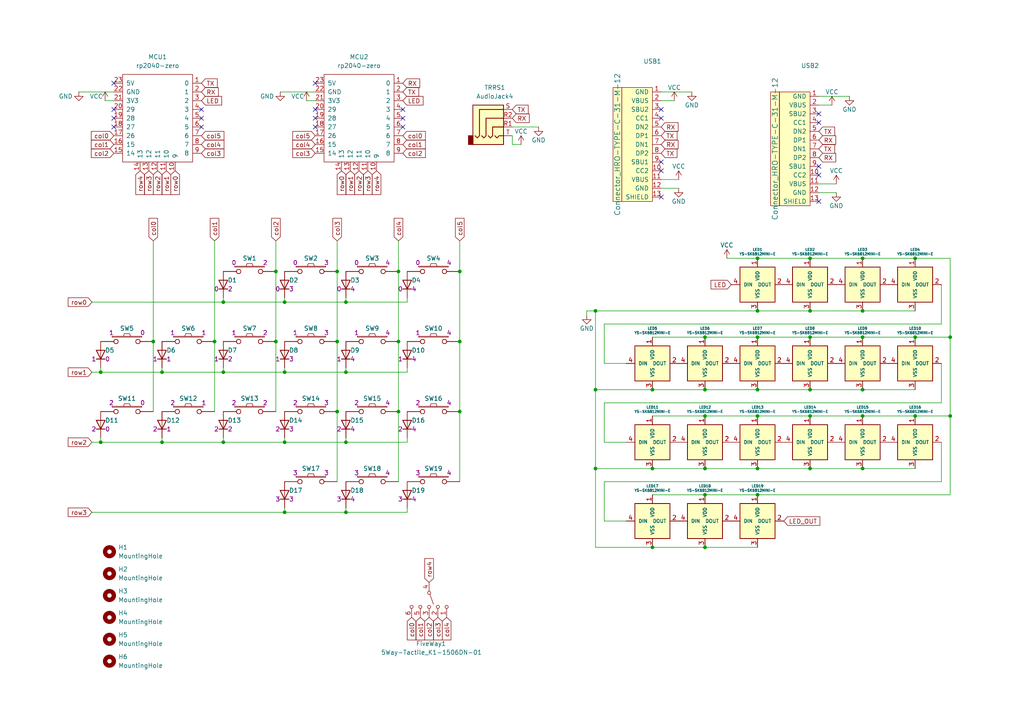
<source format=kicad_sch>
(kicad_sch (version 20230121) (generator eeschema)
  (paper "A4")
  (lib_symbols
    (symbol "Connector_Audio:AudioJack4"
      (property "Reference" "J" (at 0 8.89 0))
      (property "Value" "AudioJack4" (at 0 6.35 0))
      (symbol "AudioJack4_0_1"
        (rectangle (start -6.35 -5.08) (end -7.62 -7.62) (stroke (width 0.254)) (fill (type outline)))
        (polyline (pts (xy 0 -5.08) (xy 0.635 -5.715) (xy 1.27 -5.08) (xy 2.54 -5.08)) (stroke (width 0.254)))
        (polyline (pts (xy -5.715 -5.08) (xy -5.08 -5.715) (xy -4.445 -5.08) (xy -4.445 2.54) (xy 2.54 2.54)) (stroke (width 0.254)))
        (polyline (pts (xy -1.905 -5.08) (xy -1.27 -5.715) (xy -0.635 -5.08) (xy -0.635 -2.54) (xy 2.54 -2.54)) (stroke (width 0.254)))
        (polyline (pts (xy 2.54 0) (xy -2.54 0) (xy -2.54 -5.08) (xy -3.175 -5.715) (xy -3.81 -5.08)) (stroke (width 0.254)))
        (rectangle (start 2.54 3.81) (end -6.35 -7.62) (stroke (width 0.254)) (fill (type background)))
      )
      (symbol "AudioJack4_1_1"
        (pin passive line (at 5.08 -2.54 180) (length 2.54) (name "~") (number "R1"))
        (pin passive line (at 5.08 0 180) (length 2.54) (name "~") (number "R2"))
        (pin passive line (at 5.08 2.54 180) (length 2.54) (name "~") (number "S"))
        (pin passive line (at 5.08 -5.08 180) (length 2.54) (name "~") (number "T"))
      )
    )
    (symbol "Mechanical:MountingHole" (pin_names (offset 1.016))
      (property "Reference" "H" (at 0 5.08 0))
      (property "Value" "MountingHole" (at 0 3.175 0))
      (symbol "MountingHole_0_1"
        (circle (center 0 0) (radius 1.27) (stroke (width 1.27)))
      )
    )
    (symbol "fingerpunch:5Way-Tactile_K1-1506DN-01" (pin_names (offset 0) hide)
      (property "Reference" "HAT1" (at 0 9.7282 0))
      (property "Value" "5Way-Tactile_K1-1506DN-01" (at 0 7.4168 0))
      (symbol "5Way-Tactile_K1-1506DN-01_0_1"
        (circle (center -2.032 0) (radius 0.4572))
        (polyline (pts (xy -1.524 0.254) (xy 1.27 1.27)))
        (circle (center 2.032 -2.54) (radius 0.4572))
        (circle (center 2.032 0) (radius 0.4572))
        (circle (center 2.032 2.54) (radius 0.4572))
      )
      (symbol "5Way-Tactile_K1-1506DN-01_1_1"
        (circle (center 2.032 -5.08) (radius 0.4572))
        (circle (center 2.032 5.08) (radius 0.4572))
        (pin passive line (at 5.08 5.08 180) (length 2.54) (name "1") (number "1"))
        (pin passive line (at 5.08 2.54 180) (length 2.54) (name "2") (number "2"))
        (pin passive line (at 5.08 0 180) (length 2.54) (name "3") (number "3"))
        (pin passive line (at -5.08 0 0) (length 2.54) (name "4") (number "4"))
        (pin passive line (at 5.08 -2.54 180) (length 2.54) (name "5") (number "5"))
        (pin passive line (at 5.08 -5.08 180) (length 2.54) (name "6") (number "6"))
      )
    )
    (symbol "power:GND" (power) (pin_names (offset 0))
      (property "Value" "GND" (at 0 -3.81 0))
      (symbol "GND_0_1"
        (polyline (pts (xy 0 0) (xy 0 -1.27) (xy 1.27 -1.27) (xy 0 -2.54) (xy -1.27 -1.27) (xy 0 -1.27)))
      )
      (symbol "GND_1_1"
        (pin power_in line (at 0 0 270) (length 0) hide (name "GND") (number "1"))
      )
    )
    (symbol "power:VCC" (power) (pin_names (offset 0))
      (property "Value" "VCC" (at 0 3.81 0))
      (symbol "VCC_0_1"
        (polyline (pts (xy -0.762 1.27) (xy 0 2.54)))
        (polyline (pts (xy 0 0) (xy 0 2.54)))
        (polyline (pts (xy 0 2.54) (xy 0.762 1.27)))
      )
      (symbol "VCC_1_1"
        (pin power_in line (at 0 0 90) (length 0) hide (name "VCC") (number "1"))
      )
    )
    (symbol "zzkeeb:Connector_HRO-TYPE-C-31-M-12" (pin_names (offset 1.016))
      (property "Reference" "USB" (at -5.08 16.51 0))
      (property "Value" "Connector_HRO-TYPE-C-31-M-12" (at -10.16 -1.27 90))
      (symbol "Connector_HRO-TYPE-C-31-M-12_0_1"
        (rectangle (start -11.43 15.24) (end -8.89 -17.78) (fill (type background)))
        (rectangle (start 0 -17.78) (end -8.89 15.24) (fill (type background)))
      )
      (symbol "Connector_HRO-TYPE-C-31-M-12_1_1"
        (pin input line (at 2.54 13.97 180) (length 2.54) (name "GND") (number "1"))
        (pin input line (at 2.54 -8.89 180) (length 2.54) (name "CC2") (number "10"))
        (pin input line (at 2.54 -11.43 180) (length 2.54) (name "VBUS") (number "11"))
        (pin input line (at 2.54 -13.97 180) (length 2.54) (name "GND") (number "12"))
        (pin input line (at 2.54 -16.51 180) (length 2.54) (name "SHIELD") (number "13"))
        (pin input line (at 2.54 11.43 180) (length 2.54) (name "VBUS") (number "2"))
        (pin input line (at 2.54 8.89 180) (length 2.54) (name "SBU2") (number "3"))
        (pin input line (at 2.54 6.35 180) (length 2.54) (name "CC1") (number "4"))
        (pin input line (at 2.54 3.81 180) (length 2.54) (name "DN2") (number "5"))
        (pin input line (at 2.54 1.27 180) (length 2.54) (name "DP1") (number "6"))
        (pin input line (at 2.54 -1.27 180) (length 2.54) (name "DN1") (number "7"))
        (pin input line (at 2.54 -3.81 180) (length 2.54) (name "DP2") (number "8"))
        (pin input line (at 2.54 -6.35 180) (length 2.54) (name "SBU1") (number "9"))
      )
    )
    (symbol "zzkeeb:Diode" (pin_numbers hide) (pin_names (offset 1.016) hide)
      (property "Reference" "D" (at 1.27 1.27 0))
      (property "row" "0" (at -1.27 -1.27 0))
      (property "col" "0" (at 1.27 -1.27 0))
      (symbol "Diode_0_1"
        (polyline (pts (xy -1.27 -1.27) (xy 1.27 -1.27)) (stroke (width 0.254)))
        (polyline (pts (xy 0 1.27) (xy 0 -1.27)))
        (polyline (pts (xy -1.27 1.27) (xy 1.27 1.27) (xy 0 -1.27) (xy -1.27 1.27)) (stroke (width 0.254)))
      )
      (symbol "Diode_1_1"
        (pin passive line (at 0 -3.81 90) (length 2.54) (name "K") (number "1"))
        (pin passive line (at 0 3.81 270) (length 2.54) (name "A") (number "2"))
      )
    )
    (symbol "zzkeeb:LED_SK6812MINI-E" (pin_names (offset 1.016))
      (property "Reference" "LED" (at 0 10.16 0))
      (property "Value" "LED_SK6812MINI-E" (at 0 8.89 0))
      (symbol "LED_SK6812MINI-E_0_1"
        (rectangle (start -5.08 5.08) (end 5.08 -5.08) (stroke (width 0.254)) (fill (type background)))
      )
      (symbol "LED_SK6812MINI-E_1_1"
        (pin power_in line (at 0 7.62 270) (length 2.54) (name "VDD") (number "1"))
        (pin output line (at 7.62 0 180) (length 2.54) (name "DOUT") (number "2"))
        (pin power_in line (at 0 -7.62 90) (length 2.54) (name "VSS") (number "3"))
        (pin input line (at -7.62 0 0) (length 2.54) (name "DIN") (number "4"))
      )
    )
    (symbol "zzkeeb:MCU_rp2040-zero" (pin_names (offset 1.016))
      (property "Reference" "U" (at 0 15.24 0))
      (property "Value" "MCU_rp2040-zero" (at 0 12.7 0))
      (symbol "MCU_rp2040-zero_0_1"
        (rectangle (start -10.16 11.43) (end 10.16 -13.97))
      )
      (symbol "MCU_rp2040-zero_1_1"
        (pin bidirectional line (at 12.7 8.89 180) (length 2.54) (name "0") (number "1"))
        (pin bidirectional line (at 5.08 -16.51 90) (length 2.54) (name "9") (number "10"))
        (pin bidirectional line (at 2.54 -16.51 90) (length 2.54) (name "10") (number "11"))
        (pin bidirectional line (at 0 -16.51 90) (length 2.54) (name "11") (number "12"))
        (pin bidirectional line (at -2.54 -16.51 90) (length 2.54) (name "12") (number "13"))
        (pin bidirectional line (at -5.08 -16.51 90) (length 2.54) (name "13") (number "14"))
        (pin bidirectional line (at -12.7 -11.43 0) (length 2.54) (name "14") (number "15"))
        (pin bidirectional line (at -12.7 -8.89 0) (length 2.54) (name "15") (number "16"))
        (pin bidirectional line (at -12.7 -6.35 0) (length 2.54) (name "26") (number "17"))
        (pin bidirectional line (at -12.7 -3.81 0) (length 2.54) (name "27") (number "18"))
        (pin bidirectional line (at -12.7 -1.27 0) (length 2.54) (name "28") (number "19"))
        (pin bidirectional line (at 12.7 6.35 180) (length 2.54) (name "1") (number "2"))
        (pin bidirectional line (at -12.7 1.27 0) (length 2.54) (name "29") (number "20"))
        (pin power_out line (at -12.7 3.81 0) (length 2.54) (name "3V3") (number "21"))
        (pin power_out line (at -12.7 6.35 0) (length 2.54) (name "GND") (number "22"))
        (pin power_out line (at -12.7 8.89 0) (length 2.54) (name "5V") (number "23"))
        (pin bidirectional line (at 12.7 3.81 180) (length 2.54) (name "2") (number "3"))
        (pin bidirectional line (at 12.7 1.27 180) (length 2.54) (name "3") (number "4"))
        (pin bidirectional line (at 12.7 -1.27 180) (length 2.54) (name "4") (number "5"))
        (pin bidirectional line (at 12.7 -3.81 180) (length 2.54) (name "5") (number "6"))
        (pin bidirectional line (at 12.7 -6.35 180) (length 2.54) (name "6") (number "7"))
        (pin bidirectional line (at 12.7 -8.89 180) (length 2.54) (name "7") (number "8"))
        (pin bidirectional line (at 12.7 -11.43 180) (length 2.54) (name "8") (number "9"))
      )
    )
    (symbol "zzkeeb:Switch" (pin_numbers hide) (pin_names (offset 1.016) hide)
      (property "Reference" "SW" (at 0 3.81 0))
      (property "row" "0" (at -3.81 2.54 0))
      (property "col" "0" (at 3.81 2.54 0))
      (symbol "Switch_0_1"
        (rectangle (start -4.318 1.524) (end 4.318 1.27))
        (polyline (pts (xy -1.016 1.524) (xy -0.762 2.286) (xy 0.762 2.286) (xy 1.016 1.524)))
        (pin passive inverted (at -7.62 0 0) (length 5.08) (name "1") (number "1"))
        (pin passive inverted (at 7.62 0 180) (length 5.08) (name "2") (number "2"))
      )
    )
  )
  (junction (at 62.23 99.06))
  (junction (at 82.55 128.27))
  (junction (at 97.79 119.38))
  (junction (at 234.95 120.65))
  (junction (at 46.99 128.27))
  (junction (at 100.33 148.59))
  (junction (at 234.95 97.79))
  (junction (at 82.55 148.59))
  (junction (at 115.57 99.06))
  (junction (at 219.71 90.17))
  (junction (at 100.33 87.63))
  (junction (at 64.77 128.27))
  (junction (at 97.79 99.06))
  (junction (at 204.47 113.03))
  (junction (at 29.21 107.95))
  (junction (at 250.19 97.79))
  (junction (at 204.47 158.75))
  (junction (at 219.71 97.79))
  (junction (at 275.59 97.79))
  (junction (at 189.23 158.75))
  (junction (at 250.19 135.89))
  (junction (at 46.99 107.95))
  (junction (at 100.33 128.27))
  (junction (at 172.72 90.17))
  (junction (at 133.35 119.38))
  (junction (at 189.23 135.89))
  (junction (at 219.71 135.89))
  (junction (at 219.71 74.93))
  (junction (at 250.19 90.17))
  (junction (at 234.95 90.17))
  (junction (at 29.21 128.27))
  (junction (at 204.47 143.51))
  (junction (at 133.35 78.74))
  (junction (at 80.01 78.74))
  (junction (at 172.72 135.89))
  (junction (at 82.55 87.63))
  (junction (at 115.57 78.74))
  (junction (at 100.33 107.95))
  (junction (at 204.47 120.65))
  (junction (at 115.57 119.38))
  (junction (at 219.71 143.51))
  (junction (at 82.55 107.95))
  (junction (at 219.71 120.65))
  (junction (at 172.72 113.03))
  (junction (at 133.35 99.06))
  (junction (at 265.43 74.93))
  (junction (at 265.43 97.79))
  (junction (at 219.71 113.03))
  (junction (at 250.19 74.93))
  (junction (at 250.19 113.03))
  (junction (at 189.23 113.03))
  (junction (at 64.77 87.63))
  (junction (at 97.79 78.74))
  (junction (at 234.95 135.89))
  (junction (at 44.45 99.06))
  (junction (at 250.19 120.65))
  (junction (at 204.47 97.79))
  (junction (at 80.01 99.06))
  (junction (at 265.43 120.65))
  (junction (at 234.95 74.93))
  (junction (at 204.47 135.89))
  (junction (at 234.95 113.03))
  (junction (at 275.59 120.65))
  (junction (at 64.77 107.95))
  (no_connect (at 58.42 31.75))
  (no_connect (at 237.49 35.56))
  (no_connect (at 191.77 49.53))
  (no_connect (at 33.02 34.29))
  (no_connect (at 237.49 50.8))
  (no_connect (at 237.49 48.26))
  (no_connect (at 191.77 57.15))
  (no_connect (at 33.02 36.83))
  (no_connect (at 33.02 31.75))
  (no_connect (at 33.02 24.13))
  (no_connect (at 91.44 24.13))
  (no_connect (at 191.77 34.29))
  (no_connect (at 91.44 36.83))
  (no_connect (at 91.44 31.75))
  (no_connect (at 58.42 36.83))
  (no_connect (at 116.84 36.83))
  (no_connect (at 237.49 33.02))
  (no_connect (at 191.77 31.75))
  (no_connect (at 58.42 34.29))
  (no_connect (at 191.77 46.99))
  (no_connect (at 91.44 34.29))
  (no_connect (at 116.84 31.75))
  (no_connect (at 116.84 34.29))
  (no_connect (at 237.49 58.42))
  (wire (pts (xy 80.01 78.74) (xy 80.01 99.06)))
  (wire (pts (xy 172.72 158.75) (xy 189.23 158.75)))
  (wire (pts (xy 82.55 148.59) (xy 100.33 148.59)))
  (wire (pts (xy 22.86 26.67) (xy 33.02 26.67)))
  (wire (pts (xy 97.79 69.85) (xy 97.79 78.74)))
  (wire (pts (xy 29.21 127) (xy 29.21 128.27)))
  (wire (pts (xy 115.57 119.38) (xy 115.57 139.7)))
  (wire (pts (xy 118.11 147.32) (xy 118.11 148.59)))
  (wire (pts (xy 170.18 90.17) (xy 172.72 90.17)))
  (wire (pts (xy 250.19 135.89) (xy 265.43 135.89)))
  (wire (pts (xy 237.49 27.94) (xy 246.38 27.94)))
  (wire (pts (xy 219.71 90.17) (xy 234.95 90.17)))
  (wire (pts (xy 189.23 143.51) (xy 204.47 143.51)))
  (wire (pts (xy 250.19 74.93) (xy 265.43 74.93)))
  (wire (pts (xy 97.79 78.74) (xy 97.79 99.06)))
  (wire (pts (xy 100.33 107.95) (xy 118.11 107.95)))
  (wire (pts (xy 191.77 29.21) (xy 195.58 29.21)))
  (wire (pts (xy 275.59 97.79) (xy 275.59 74.93)))
  (wire (pts (xy 170.18 90.17) (xy 170.18 91.44)))
  (wire (pts (xy 265.43 74.93) (xy 275.59 74.93)))
  (wire (pts (xy 250.19 97.79) (xy 265.43 97.79)))
  (wire (pts (xy 189.23 97.79) (xy 204.47 97.79)))
  (wire (pts (xy 88.9 29.21) (xy 91.44 29.21)))
  (wire (pts (xy 148.59 41.91) (xy 151.13 41.91)))
  (wire (pts (xy 81.28 26.67) (xy 91.44 26.67)))
  (wire (pts (xy 82.55 106.68) (xy 82.55 107.95)))
  (wire (pts (xy 210.82 74.93) (xy 219.71 74.93)))
  (wire (pts (xy 148.59 39.37) (xy 148.59 41.91)))
  (wire (pts (xy 133.35 69.85) (xy 133.35 78.74)))
  (wire (pts (xy 219.71 97.79) (xy 234.95 97.79)))
  (wire (pts (xy 133.35 119.38) (xy 133.35 139.7)))
  (wire (pts (xy 172.72 113.03) (xy 189.23 113.03)))
  (wire (pts (xy 82.55 147.32) (xy 82.55 148.59)))
  (wire (pts (xy 100.33 148.59) (xy 118.11 148.59)))
  (wire (pts (xy 237.49 30.48) (xy 241.3 30.48)))
  (wire (pts (xy 97.79 99.06) (xy 97.79 119.38)))
  (wire (pts (xy 250.19 90.17) (xy 265.43 90.17)))
  (wire (pts (xy 46.99 107.95) (xy 64.77 107.95)))
  (wire (pts (xy 204.47 113.03) (xy 219.71 113.03)))
  (wire (pts (xy 237.49 55.88) (xy 242.57 55.88)))
  (wire (pts (xy 64.77 86.36) (xy 64.77 87.63)))
  (wire (pts (xy 80.01 69.85) (xy 80.01 78.74)))
  (wire (pts (xy 118.11 86.36) (xy 118.11 87.63)))
  (wire (pts (xy 191.77 54.61) (xy 196.85 54.61)))
  (wire (pts (xy 219.71 113.03) (xy 234.95 113.03)))
  (wire (pts (xy 29.21 106.68) (xy 29.21 107.95)))
  (wire (pts (xy 133.35 99.06) (xy 133.35 119.38)))
  (wire (pts (xy 234.95 90.17) (xy 250.19 90.17)))
  (wire (pts (xy 100.33 86.36) (xy 100.33 87.63)))
  (wire (pts (xy 191.77 52.07) (xy 196.85 52.07)))
  (wire (pts (xy 172.72 113.03) (xy 172.72 135.89)))
  (wire (pts (xy 219.71 120.65) (xy 234.95 120.65)))
  (wire (pts (xy 64.77 128.27) (xy 82.55 128.27)))
  (wire (pts (xy 64.77 87.63) (xy 82.55 87.63)))
  (wire (pts (xy 175.26 116.84) (xy 273.05 116.84)))
  (wire (pts (xy 100.33 87.63) (xy 118.11 87.63)))
  (wire (pts (xy 189.23 135.89) (xy 204.47 135.89)))
  (wire (pts (xy 29.21 128.27) (xy 46.99 128.27)))
  (wire (pts (xy 189.23 120.65) (xy 204.47 120.65)))
  (wire (pts (xy 172.72 135.89) (xy 189.23 135.89)))
  (wire (pts (xy 62.23 69.85) (xy 62.23 99.06)))
  (wire (pts (xy 97.79 119.38) (xy 97.79 139.7)))
  (wire (pts (xy 191.77 26.67) (xy 200.66 26.67)))
  (wire (pts (xy 273.05 105.41) (xy 273.05 116.84)))
  (wire (pts (xy 44.45 69.85) (xy 44.45 99.06)))
  (wire (pts (xy 46.99 128.27) (xy 64.77 128.27)))
  (wire (pts (xy 234.95 120.65) (xy 250.19 120.65)))
  (wire (pts (xy 80.01 99.06) (xy 80.01 119.38)))
  (wire (pts (xy 29.21 107.95) (xy 46.99 107.95)))
  (wire (pts (xy 64.77 107.95) (xy 82.55 107.95)))
  (wire (pts (xy 204.47 97.79) (xy 219.71 97.79)))
  (wire (pts (xy 237.49 53.34) (xy 242.57 53.34)))
  (wire (pts (xy 175.26 93.98) (xy 273.05 93.98)))
  (wire (pts (xy 204.47 120.65) (xy 219.71 120.65)))
  (wire (pts (xy 26.67 128.27) (xy 29.21 128.27)))
  (wire (pts (xy 175.26 139.7) (xy 273.05 139.7)))
  (wire (pts (xy 175.26 151.13) (xy 175.26 139.7)))
  (wire (pts (xy 44.45 99.06) (xy 44.45 119.38)))
  (wire (pts (xy 118.11 127) (xy 118.11 128.27)))
  (wire (pts (xy 204.47 135.89) (xy 219.71 135.89)))
  (wire (pts (xy 82.55 107.95) (xy 100.33 107.95)))
  (wire (pts (xy 219.71 74.93) (xy 234.95 74.93)))
  (wire (pts (xy 175.26 151.13) (xy 181.61 151.13)))
  (wire (pts (xy 175.26 116.84) (xy 175.26 128.27)))
  (wire (pts (xy 82.55 87.63) (xy 100.33 87.63)))
  (wire (pts (xy 273.05 128.27) (xy 273.05 139.7)))
  (wire (pts (xy 115.57 69.85) (xy 115.57 78.74)))
  (wire (pts (xy 115.57 78.74) (xy 115.57 99.06)))
  (wire (pts (xy 115.57 99.06) (xy 115.57 119.38)))
  (wire (pts (xy 64.77 127) (xy 64.77 128.27)))
  (wire (pts (xy 250.19 113.03) (xy 265.43 113.03)))
  (wire (pts (xy 133.35 78.74) (xy 133.35 99.06)))
  (wire (pts (xy 234.95 97.79) (xy 250.19 97.79)))
  (wire (pts (xy 82.55 127) (xy 82.55 128.27)))
  (wire (pts (xy 219.71 135.89) (xy 234.95 135.89)))
  (wire (pts (xy 265.43 97.79) (xy 275.59 97.79)))
  (wire (pts (xy 118.11 106.68) (xy 118.11 107.95)))
  (wire (pts (xy 172.72 90.17) (xy 219.71 90.17)))
  (wire (pts (xy 175.26 105.41) (xy 175.26 93.98)))
  (wire (pts (xy 204.47 158.75) (xy 219.71 158.75)))
  (wire (pts (xy 26.67 148.59) (xy 82.55 148.59)))
  (wire (pts (xy 82.55 128.27) (xy 100.33 128.27)))
  (wire (pts (xy 273.05 82.55) (xy 273.05 93.98)))
  (wire (pts (xy 275.59 120.65) (xy 275.59 97.79)))
  (wire (pts (xy 100.33 127) (xy 100.33 128.27)))
  (wire (pts (xy 219.71 143.51) (xy 275.59 143.51)))
  (wire (pts (xy 265.43 120.65) (xy 275.59 120.65)))
  (wire (pts (xy 62.23 99.06) (xy 62.23 119.38)))
  (wire (pts (xy 250.19 120.65) (xy 265.43 120.65)))
  (wire (pts (xy 275.59 143.51) (xy 275.59 120.65)))
  (wire (pts (xy 26.67 107.95) (xy 29.21 107.95)))
  (wire (pts (xy 234.95 74.93) (xy 250.19 74.93)))
  (wire (pts (xy 172.72 90.17) (xy 172.72 113.03)))
  (wire (pts (xy 26.67 87.63) (xy 64.77 87.63)))
  (wire (pts (xy 148.59 36.83) (xy 156.21 36.83)))
  (wire (pts (xy 189.23 158.75) (xy 204.47 158.75)))
  (wire (pts (xy 234.95 113.03) (xy 250.19 113.03)))
  (wire (pts (xy 175.26 128.27) (xy 181.61 128.27)))
  (wire (pts (xy 100.33 147.32) (xy 100.33 148.59)))
  (wire (pts (xy 64.77 106.68) (xy 64.77 107.95)))
  (wire (pts (xy 204.47 143.51) (xy 219.71 143.51)))
  (wire (pts (xy 46.99 127) (xy 46.99 128.27)))
  (wire (pts (xy 82.55 86.36) (xy 82.55 87.63)))
  (wire (pts (xy 189.23 113.03) (xy 204.47 113.03)))
  (wire (pts (xy 175.26 105.41) (xy 181.61 105.41)))
  (wire (pts (xy 100.33 106.68) (xy 100.33 107.95)))
  (wire (pts (xy 100.33 128.27) (xy 118.11 128.27)))
  (wire (pts (xy 46.99 106.68) (xy 46.99 107.95)))
  (wire (pts (xy 30.48 29.21) (xy 33.02 29.21)))
  (wire (pts (xy 172.72 135.89) (xy 172.72 158.75)))
  (wire (pts (xy 234.95 135.89) (xy 250.19 135.89)))
  (global_label "LED" (shape input) (at 58.42 29.21 0) (property "Intersheetrefs" "${INTERSHEET_REFS}" (effects hide)))
  (global_label "col3" (shape input) (at 127 179.07 270) (property "Intersheetrefs" "${INTERSHEET_REFS}" (effects hide)))
  (global_label "TX" (shape input) (at 237.49 38.1 0) (property "Intersheetrefs" "${INTERSHEET_REFS}" (effects hide)))
  (global_label "RX" (shape input) (at 148.59 34.29 0) (property "Intersheetrefs" "${INTERSHEET_REFS}" (effects hide)))
  (global_label "col2" (shape input) (at 116.84 44.45 0) (property "Intersheetrefs" "${INTERSHEET_REFS}" (effects hide)))
  (global_label "row4" (shape input) (at 40.64 49.53 270) (property "Intersheetrefs" "${INTERSHEET_REFS}" (effects hide)))
  (global_label "col2" (shape input) (at 80.01 69.85 90) (property "Intersheetrefs" "${INTERSHEET_REFS}" (effects hide)))
  (global_label "col5" (shape input) (at 58.42 39.37 0) (property "Intersheetrefs" "${INTERSHEET_REFS}" (effects hide)))
  (global_label "col3" (shape input) (at 91.44 44.45 180) (property "Intersheetrefs" "${INTERSHEET_REFS}" (effects hide)))
  (global_label "RX" (shape input) (at 58.42 26.67 0) (property "Intersheetrefs" "${INTERSHEET_REFS}" (effects hide)))
  (global_label "col1" (shape input) (at 62.23 69.85 90) (property "Intersheetrefs" "${INTERSHEET_REFS}" (effects hide)))
  (global_label "col3" (shape input) (at 97.79 69.85 90) (property "Intersheetrefs" "${INTERSHEET_REFS}" (effects hide)))
  (global_label "TX" (shape input) (at 116.84 26.67 0) (property "Intersheetrefs" "${INTERSHEET_REFS}" (effects hide)))
  (global_label "col0" (shape input) (at 33.02 39.37 180) (property "Intersheetrefs" "${INTERSHEET_REFS}" (effects hide)))
  (global_label "col1" (shape input) (at 121.92 179.07 270) (property "Intersheetrefs" "${INTERSHEET_REFS}" (effects hide)))
  (global_label "TX" (shape input) (at 148.59 31.75 0) (property "Intersheetrefs" "${INTERSHEET_REFS}" (effects hide)))
  (global_label "col4" (shape input) (at 58.42 41.91 0) (property "Intersheetrefs" "${INTERSHEET_REFS}" (effects hide)))
  (global_label "row0" (shape input) (at 99.06 49.53 270) (property "Intersheetrefs" "${INTERSHEET_REFS}" (effects hide)))
  (global_label "TX" (shape input) (at 191.77 44.45 0) (property "Intersheetrefs" "${INTERSHEET_REFS}" (effects hide)))
  (global_label "col2" (shape input) (at 33.02 44.45 180) (property "Intersheetrefs" "${INTERSHEET_REFS}" (effects hide)))
  (global_label "RX" (shape input) (at 116.84 24.13 0) (property "Intersheetrefs" "${INTERSHEET_REFS}" (effects hide)))
  (global_label "row0" (shape input) (at 50.8 49.53 270) (property "Intersheetrefs" "${INTERSHEET_REFS}" (effects hide)))
  (global_label "row3" (shape input) (at 26.67 148.59 180) (property "Intersheetrefs" "${INTERSHEET_REFS}" (effects hide)))
  (global_label "col5" (shape input) (at 133.35 69.85 90) (property "Intersheetrefs" "${INTERSHEET_REFS}" (effects hide)))
  (global_label "RX" (shape input) (at 237.49 40.64 0) (property "Intersheetrefs" "${INTERSHEET_REFS}" (effects hide)))
  (global_label "LED_OUT" (shape input) (at 227.33 151.13 0) (property "Intersheetrefs" "${INTERSHEET_REFS}" (effects hide)))
  (global_label "RX" (shape input) (at 237.49 45.72 0) (property "Intersheetrefs" "${INTERSHEET_REFS}" (effects hide)))
  (global_label "col3" (shape input) (at 58.42 44.45 0) (property "Intersheetrefs" "${INTERSHEET_REFS}" (effects hide)))
  (global_label "row3" (shape input) (at 43.18 49.53 270) (property "Intersheetrefs" "${INTERSHEET_REFS}" (effects hide)))
  (global_label "LED" (shape input) (at 116.84 29.21 0) (property "Intersheetrefs" "${INTERSHEET_REFS}" (effects hide)))
  (global_label "col0" (shape input) (at 119.38 179.07 270) (property "Intersheetrefs" "${INTERSHEET_REFS}" (effects hide)))
  (global_label "TX" (shape input) (at 191.77 39.37 0) (property "Intersheetrefs" "${INTERSHEET_REFS}" (effects hide)))
  (global_label "col4" (shape input) (at 129.54 179.07 270) (property "Intersheetrefs" "${INTERSHEET_REFS}" (effects hide)))
  (global_label "col4" (shape input) (at 115.57 69.85 90) (property "Intersheetrefs" "${INTERSHEET_REFS}" (effects hide)))
  (global_label "row1" (shape input) (at 48.26 49.53 270) (property "Intersheetrefs" "${INTERSHEET_REFS}" (effects hide)))
  (global_label "col0" (shape input) (at 44.45 69.85 90) (property "Intersheetrefs" "${INTERSHEET_REFS}" (effects hide)))
  (global_label "TX" (shape input) (at 237.49 43.18 0) (property "Intersheetrefs" "${INTERSHEET_REFS}" (effects hide)))
  (global_label "row3" (shape input) (at 106.68 49.53 270) (property "Intersheetrefs" "${INTERSHEET_REFS}" (effects hide)))
  (global_label "col1" (shape input) (at 33.02 41.91 180) (property "Intersheetrefs" "${INTERSHEET_REFS}" (effects hide)))
  (global_label "col5" (shape input) (at 91.44 39.37 180) (property "Intersheetrefs" "${INTERSHEET_REFS}" (effects hide)))
  (global_label "col4" (shape input) (at 91.44 41.91 180) (property "Intersheetrefs" "${INTERSHEET_REFS}" (effects hide)))
  (global_label "row4" (shape input) (at 124.46 168.91 90) (property "Intersheetrefs" "${INTERSHEET_REFS}" (effects hide)))
  (global_label "row1" (shape input) (at 26.67 107.95 180) (property "Intersheetrefs" "${INTERSHEET_REFS}" (effects hide)))
  (global_label "row4" (shape input) (at 109.22 49.53 270) (property "Intersheetrefs" "${INTERSHEET_REFS}" (effects hide)))
  (global_label "row2" (shape input) (at 45.72 49.53 270) (property "Intersheetrefs" "${INTERSHEET_REFS}" (effects hide)))
  (global_label "row2" (shape input) (at 26.67 128.27 180) (property "Intersheetrefs" "${INTERSHEET_REFS}" (effects hide)))
  (global_label "col1" (shape input) (at 116.84 41.91 0) (property "Intersheetrefs" "${INTERSHEET_REFS}" (effects hide)))
  (global_label "row1" (shape input) (at 101.6 49.53 270) (property "Intersheetrefs" "${INTERSHEET_REFS}" (effects hide)))
  (global_label "LED" (shape input) (at 212.09 82.55 180) (property "Intersheetrefs" "${INTERSHEET_REFS}" (effects hide)))
  (global_label "col0" (shape input) (at 116.84 39.37 0) (property "Intersheetrefs" "${INTERSHEET_REFS}" (effects hide)))
  (global_label "TX" (shape input) (at 58.42 24.13 0) (property "Intersheetrefs" "${INTERSHEET_REFS}" (effects hide)))
  (global_label "RX" (shape input) (at 191.77 41.91 0) (property "Intersheetrefs" "${INTERSHEET_REFS}" (effects hide)))
  (global_label "row0" (shape input) (at 26.67 87.63 180) (property "Intersheetrefs" "${INTERSHEET_REFS}" (effects hide)))
  (global_label "row2" (shape input) (at 104.14 49.53 270) (property "Intersheetrefs" "${INTERSHEET_REFS}" (effects hide)))
  (global_label "RX" (shape input) (at 191.77 36.83 0) (property "Intersheetrefs" "${INTERSHEET_REFS}" (effects hide)))
  (global_label "col2" (shape input) (at 124.46 179.07 270) (property "Intersheetrefs" "${INTERSHEET_REFS}" (effects hide)))
  (symbol (lib_id "zzkeeb:Switch") (at 36.83 119.38 0) (unit 1)
    (property "Reference" "SW11" (at 36.83 115.57 0))
    (property "Value" "Switch" (effects hide))
    (property "Footprint" "zzkeeb:Switch_ChocV1-hotswap-reversible" (effects hide))
    (property "row" "2" (at 33.02 116.84 0) (effects (justify right)))
    (property "col" "0" (at 40.64 116.84 0) (effects (justify left)))
  )
  (symbol (lib_id "zzkeeb:LED_SK6812MINI-E") (at 250.19 82.55 0) (unit 1)
    (property "Reference" "LED3" (at 250.19 72.39 0) (effects (font (size 0.7366 0.7366))))
    (property "Value" "YS-SK6812MINI-E" (at 250.19 73.66 0) (effects (font (size 0.7366 0.7366))))
    (property "Footprint" "zzkeeb:LED_SK6812-MINI-E-reversible-flip3d" (effects hide))
  )
  (symbol (lib_id "zzkeeb:Switch") (at 90.17 78.74 0) (unit 1)
    (property "Reference" "SW2" (at 90.17 74.93 0))
    (property "Value" "Switch" (effects hide))
    (property "Footprint" "zzkeeb:Switch_ChocV1-hotswap-reversible" (effects hide))
    (property "row" "0" (at 86.36 76.2 0) (effects (justify right)))
    (property "col" "3" (at 93.98 76.2 0) (effects (justify left)))
  )
  (symbol (lib_id "zzkeeb:Switch") (at 72.39 99.06 0) (unit 1)
    (property "Reference" "SW7" (at 72.39 95.25 0))
    (property "Value" "Switch" (effects hide))
    (property "Footprint" "zzkeeb:Switch_ChocV1-hotswap-reversible" (effects hide))
    (property "row" "1" (at 68.58 96.52 0) (effects (justify right)))
    (property "col" "2" (at 76.2 96.52 0) (effects (justify left)))
  )
  (symbol (lib_id "zzkeeb:Diode") (at 64.77 82.55 0) (unit 1)
    (property "Reference" "D1" (at 66.04 81.28 0) (effects (justify left)))
    (property "Value" "D" (effects hide))
    (property "Footprint" "zzkeeb:Diode_1N4148-SOD123-reversible-flip3d" (effects hide))
    (property "Sim.Device" "D" (effects hide))
    (property "Sim.Pins" "1=K 2=A" (effects hide))
    (property "row" "0" (at 63.5 83.82 0) (effects (justify right)))
    (property "col" "2" (at 66.04 83.82 0) (effects (justify left)))
  )
  (symbol (lib_id "zzkeeb:LED_SK6812MINI-E") (at 204.47 151.13 0) (unit 1)
    (property "Reference" "LED18" (at 204.47 140.97 0) (effects (font (size 0.7366 0.7366))))
    (property "Value" "YS-SK6812MINI-E" (at 204.47 142.24 0) (effects (font (size 0.7366 0.7366))))
    (property "Footprint" "zzkeeb:LED_SK6812-MINI-E-reversible-flip3d" (effects hide))
  )
  (symbol (lib_id "power:GND") (at 156.21 36.83 0) (mirror y) (unit 1)
    (property "Reference" "#PWR012" (effects hide))
    (property "Value" "GND" (at 156.21 40.64 0))
  )
  (symbol (lib_id "zzkeeb:Diode") (at 82.55 123.19 0) (unit 1)
    (property "Reference" "D14" (at 83.82 121.92 0) (effects (justify left)))
    (property "Value" "D" (effects hide))
    (property "Footprint" "zzkeeb:Diode_1N4148-SOD123-reversible-flip3d" (effects hide))
    (property "Sim.Device" "D" (effects hide))
    (property "Sim.Pins" "1=K 2=A" (effects hide))
    (property "row" "2" (at 81.28 124.46 0) (effects (justify right)))
    (property "col" "3" (at 83.82 124.46 0) (effects (justify left)))
  )
  (symbol (lib_id "zzkeeb:Switch") (at 125.73 139.7 0) (unit 1)
    (property "Reference" "SW19" (at 125.73 135.89 0))
    (property "Value" "Switch" (effects hide))
    (property "Footprint" "zzkeeb:Switch_ChocV1-hotswap-reversible" (effects hide))
    (property "row" "3" (at 121.92 137.16 0) (effects (justify right)))
    (property "col" "4" (at 129.54 137.16 0) (effects (justify left)))
  )
  (symbol (lib_id "zzkeeb:Diode") (at 29.21 102.87 0) (unit 1)
    (property "Reference" "D5" (at 30.48 101.6 0) (effects (justify left)))
    (property "Value" "D" (effects hide))
    (property "Footprint" "zzkeeb:Diode_1N4148-SOD123-reversible-flip3d" (effects hide))
    (property "Sim.Device" "D" (effects hide))
    (property "Sim.Pins" "1=K 2=A" (effects hide))
    (property "row" "1" (at 27.94 104.14 0) (effects (justify right)))
    (property "col" "0" (at 30.48 104.14 0) (effects (justify left)))
  )
  (symbol (lib_id "zzkeeb:LED_SK6812MINI-E") (at 234.95 128.27 0) (unit 1)
    (property "Reference" "LED14" (at 234.95 118.11 0) (effects (font (size 0.7366 0.7366))))
    (property "Value" "YS-SK6812MINI-E" (at 234.95 119.38 0) (effects (font (size 0.7366 0.7366))))
    (property "Footprint" "zzkeeb:LED_SK6812-MINI-E-reversible-flip3d" (effects hide))
  )
  (symbol (lib_id "zzkeeb:Diode") (at 64.77 102.87 0) (unit 1)
    (property "Reference" "D7" (at 66.04 101.6 0) (effects (justify left)))
    (property "Value" "D" (effects hide))
    (property "Footprint" "zzkeeb:Diode_1N4148-SOD123-reversible-flip3d" (effects hide))
    (property "Sim.Device" "D" (effects hide))
    (property "Sim.Pins" "1=K 2=A" (effects hide))
    (property "row" "1" (at 63.5 104.14 0) (effects (justify right)))
    (property "col" "2" (at 66.04 104.14 0) (effects (justify left)))
  )
  (symbol (lib_id "Mechanical:MountingHole") (at 31.75 179.07 0) (unit 1)
    (property "Reference" "H4" (at 34.29 177.7999 0) (effects (justify left)))
    (property "Value" "MountingHole" (at 34.29 180.3399 0) (effects (justify left)))
    (property "Footprint" "zzkeeb:Hole_M2" (effects hide))
  )
  (symbol (lib_id "power:GND") (at 170.18 91.44 0) (mirror y) (unit 1)
    (property "Reference" "#PWR08" (effects hide))
    (property "Value" "GND" (at 170.18 95.25 0))
  )
  (symbol (lib_id "zzkeeb:Switch") (at 90.17 139.7 0) (unit 1)
    (property "Reference" "SW17" (at 90.17 135.89 0))
    (property "Value" "Switch" (effects hide))
    (property "Footprint" "zzkeeb:Switch_ChocV1-hotswap-reversible" (effects hide))
    (property "row" "3" (at 86.36 137.16 0) (effects (justify right)))
    (property "col" "3" (at 93.98 137.16 0) (effects (justify left)))
  )
  (symbol (lib_id "zzkeeb:LED_SK6812MINI-E") (at 265.43 82.55 0) (unit 1)
    (property "Reference" "LED4" (at 265.43 72.39 0) (effects (font (size 0.7366 0.7366))))
    (property "Value" "YS-SK6812MINI-E" (at 265.43 73.66 0) (effects (font (size 0.7366 0.7366))))
    (property "Footprint" "zzkeeb:LED_SK6812-MINI-E-reversible-flip3d" (effects hide))
  )
  (symbol (lib_id "zzkeeb:Diode") (at 64.77 123.19 0) (unit 1)
    (property "Reference" "D13" (at 66.04 121.92 0) (effects (justify left)))
    (property "Value" "D" (effects hide))
    (property "Footprint" "zzkeeb:Diode_1N4148-SOD123-reversible-flip3d" (effects hide))
    (property "Sim.Device" "D" (effects hide))
    (property "Sim.Pins" "1=K 2=A" (effects hide))
    (property "row" "2" (at 63.5 124.46 0) (effects (justify right)))
    (property "col" "2" (at 66.04 124.46 0) (effects (justify left)))
  )
  (symbol (lib_id "power:GND") (at 22.86 26.67 0) (mirror y) (unit 1)
    (property "Reference" "#PWR010" (effects hide))
    (property "Value" "GND" (at 19.05 27.94 0))
  )
  (symbol (lib_id "zzkeeb:Switch") (at 107.95 119.38 0) (unit 1)
    (property "Reference" "SW15" (at 107.95 115.57 0))
    (property "Value" "Switch" (effects hide))
    (property "Footprint" "zzkeeb:Switch_ChocV1-hotswap-reversible" (effects hide))
    (property "row" "2" (at 104.14 116.84 0) (effects (justify right)))
    (property "col" "4" (at 111.76 116.84 0) (effects (justify left)))
  )
  (symbol (lib_id "zzkeeb:Switch") (at 107.95 139.7 0) (unit 1)
    (property "Reference" "SW18" (at 107.95 135.89 0))
    (property "Value" "Switch" (effects hide))
    (property "Footprint" "zzkeeb:Switch_ChocV1-hotswap-reversible" (effects hide))
    (property "row" "3" (at 104.14 137.16 0) (effects (justify right)))
    (property "col" "4" (at 111.76 137.16 0) (effects (justify left)))
  )
  (symbol (lib_id "zzkeeb:Diode") (at 118.11 123.19 0) (unit 1)
    (property "Reference" "D16" (at 119.38 121.92 0) (effects (justify left)))
    (property "Value" "D" (effects hide))
    (property "Footprint" "zzkeeb:Diode_1N4148-SOD123-reversible-flip3d" (effects hide))
    (property "Sim.Device" "D" (effects hide))
    (property "Sim.Pins" "1=K 2=A" (effects hide))
    (property "row" "2" (at 116.84 124.46 0) (effects (justify right)))
    (property "col" "4" (at 119.38 124.46 0) (effects (justify left)))
  )
  (symbol (lib_id "power:VCC") (at 195.58 29.21 0) (unit 1)
    (property "Reference" "#PWR02" (effects hide))
    (property "Value" "VCC" (at 195.58 25.4 0))
  )
  (symbol (lib_id "power:GND") (at 200.66 26.67 0) (mirror y) (unit 1)
    (property "Reference" "#PWR01" (effects hide))
    (property "Value" "GND" (at 200.66 30.48 0))
  )
  (symbol (lib_id "zzkeeb:LED_SK6812MINI-E") (at 265.43 105.41 0) (unit 1)
    (property "Reference" "LED10" (at 265.43 95.25 0) (effects (font (size 0.7366 0.7366))))
    (property "Value" "YS-SK6812MINI-E" (at 265.43 96.52 0) (effects (font (size 0.7366 0.7366))))
    (property "Footprint" "zzkeeb:LED_SK6812-MINI-E-reversible-flip3d" (effects hide))
  )
  (symbol (lib_id "power:VCC") (at 88.9 29.21 0) (unit 1)
    (property "Reference" "#PWR016" (effects hide))
    (property "Value" "VCC" (at 86.36 27.94 0))
  )
  (symbol (lib_id "zzkeeb:LED_SK6812MINI-E") (at 219.71 151.13 0) (unit 1)
    (property "Reference" "LED19" (at 219.71 140.97 0) (effects (font (size 0.7366 0.7366))))
    (property "Value" "YS-SK6812MINI-E" (at 219.71 142.24 0) (effects (font (size 0.7366 0.7366))))
    (property "Footprint" "zzkeeb:LED_SK6812-MINI-E-reversible-flip3d" (effects hide))
  )
  (symbol (lib_id "zzkeeb:Diode") (at 46.99 102.87 0) (unit 1)
    (property "Reference" "D6" (at 48.26 101.6 0) (effects (justify left)))
    (property "Value" "D" (effects hide))
    (property "Footprint" "zzkeeb:Diode_1N4148-SOD123-reversible-flip3d" (effects hide))
    (property "Sim.Device" "D" (effects hide))
    (property "Sim.Pins" "1=K 2=A" (effects hide))
    (property "row" "1" (at 45.72 104.14 0) (effects (justify right)))
    (property "col" "1" (at 48.26 104.14 0) (effects (justify left)))
  )
  (symbol (lib_id "power:VCC") (at 242.57 53.34 0) (unit 1)
    (property "Reference" "#PWR021" (effects hide))
    (property "Value" "VCC" (at 242.57 49.53 0))
  )
  (symbol (lib_id "zzkeeb:LED_SK6812MINI-E") (at 189.23 105.41 0) (unit 1)
    (property "Reference" "LED5" (at 189.23 95.25 0) (effects (font (size 0.7366 0.7366))))
    (property "Value" "YS-SK6812MINI-E" (at 189.23 96.52 0) (effects (font (size 0.7366 0.7366))))
    (property "Footprint" "zzkeeb:LED_SK6812-MINI-E-reversible-flip3d" (effects hide))
  )
  (symbol (lib_id "zzkeeb:LED_SK6812MINI-E") (at 234.95 105.41 0) (unit 1)
    (property "Reference" "LED8" (at 234.95 95.25 0) (effects (font (size 0.7366 0.7366))))
    (property "Value" "YS-SK6812MINI-E" (at 234.95 96.52 0) (effects (font (size 0.7366 0.7366))))
    (property "Footprint" "zzkeeb:LED_SK6812-MINI-E-reversible-flip3d" (effects hide))
  )
  (symbol (lib_id "zzkeeb:Switch") (at 72.39 78.74 0) (unit 1)
    (property "Reference" "SW1" (at 72.39 74.93 0))
    (property "Value" "Switch" (effects hide))
    (property "Footprint" "zzkeeb:Switch_ChocV1-hotswap-reversible" (effects hide))
    (property "row" "0" (at 68.58 76.2 0) (effects (justify right)))
    (property "col" "2" (at 76.2 76.2 0) (effects (justify left)))
  )
  (symbol (lib_id "zzkeeb:Diode") (at 118.11 102.87 0) (unit 1)
    (property "Reference" "D10" (at 119.38 101.6 0) (effects (justify left)))
    (property "Value" "D" (effects hide))
    (property "Footprint" "zzkeeb:Diode_1N4148-SOD123-reversible-flip3d" (effects hide))
    (property "Sim.Device" "D" (effects hide))
    (property "Sim.Pins" "1=K 2=A" (effects hide))
    (property "row" "1" (at 116.84 104.14 0) (effects (justify right)))
    (property "col" "4" (at 119.38 104.14 0) (effects (justify left)))
  )
  (symbol (lib_id "zzkeeb:LED_SK6812MINI-E") (at 250.19 128.27 0) (unit 1)
    (property "Reference" "LED15" (at 250.19 118.11 0) (effects (font (size 0.7366 0.7366))))
    (property "Value" "YS-SK6812MINI-E" (at 250.19 119.38 0) (effects (font (size 0.7366 0.7366))))
    (property "Footprint" "zzkeeb:LED_SK6812-MINI-E-reversible-flip3d" (effects hide))
  )
  (symbol (lib_id "zzkeeb:Connector_HRO-TYPE-C-31-M-12") (at 234.95 41.91 0) (unit 1)
    (property "Reference" "USB2" (at 234.95 19.05 0))
    (property "Value" "Connector_HRO-TYPE-C-31-M-12" (at 224.79 43.18 90) (effects (font (size 1.524 1.524))))
    (property "Footprint" "zzkeeb:Connector_HRO-TYPE-C-31-M-12-data" (effects hide))
  )
  (symbol (lib_id "zzkeeb:Switch") (at 72.39 119.38 0) (unit 1)
    (property "Reference" "SW13" (at 72.39 115.57 0))
    (property "Value" "Switch" (effects hide))
    (property "Footprint" "zzkeeb:Switch_ChocV1-hotswap-reversible" (effects hide))
    (property "row" "2" (at 68.58 116.84 0) (effects (justify right)))
    (property "col" "2" (at 76.2 116.84 0) (effects (justify left)))
  )
  (symbol (lib_id "zzkeeb:Diode") (at 29.21 123.19 0) (unit 1)
    (property "Reference" "D11" (at 30.48 121.92 0) (effects (justify left)))
    (property "Value" "D" (effects hide))
    (property "Footprint" "zzkeeb:Diode_1N4148-SOD123-reversible-flip3d" (effects hide))
    (property "Sim.Device" "D" (effects hide))
    (property "Sim.Pins" "1=K 2=A" (effects hide))
    (property "row" "2" (at 27.94 124.46 0) (effects (justify right)))
    (property "col" "0" (at 30.48 124.46 0) (effects (justify left)))
  )
  (symbol (lib_id "zzkeeb:LED_SK6812MINI-E") (at 219.71 82.55 0) (unit 1)
    (property "Reference" "LED1" (at 219.71 72.39 0) (effects (font (size 0.7366 0.7366))))
    (property "Value" "YS-SK6812MINI-E" (at 219.71 73.66 0) (effects (font (size 0.7366 0.7366))))
    (property "Footprint" "zzkeeb:LED_SK6812-MINI-E-reversible-flip3d" (effects hide))
  )
  (symbol (lib_id "power:VCC") (at 210.82 74.93 0) (unit 1)
    (property "Reference" "#PWR07" (effects hide))
    (property "Value" "VCC" (at 210.82 71.12 0))
  )
  (symbol (lib_id "power:VCC") (at 196.85 52.07 0) (unit 1)
    (property "Reference" "#PWR03" (effects hide))
    (property "Value" "VCC" (at 196.85 48.26 0))
  )
  (symbol (lib_id "power:GND") (at 196.85 54.61 0) (mirror y) (unit 1)
    (property "Reference" "#PWR04" (effects hide))
    (property "Value" "GND" (at 196.85 58.42 0))
  )
  (symbol (lib_id "power:VCC") (at 241.3 30.48 0) (unit 1)
    (property "Reference" "#PWR020" (effects hide))
    (property "Value" "VCC" (at 241.3 26.67 0))
  )
  (symbol (lib_id "Connector_Audio:AudioJack4") (at 143.51 34.29 0) (unit 1)
    (property "Reference" "TRRS1" (at 143.51 25.4 0))
    (property "Value" "AudioJack4" (at 143.51 27.94 0))
    (property "Footprint" "zzkeeb:Connector_TRRS-reversible" (effects hide))
  )
  (symbol (lib_id "zzkeeb:Diode") (at 82.55 82.55 0) (unit 1)
    (property "Reference" "D2" (at 83.82 81.28 0) (effects (justify left)))
    (property "Value" "D" (effects hide))
    (property "Footprint" "zzkeeb:Diode_1N4148-SOD123-reversible-flip3d" (effects hide))
    (property "Sim.Device" "D" (effects hide))
    (property "Sim.Pins" "1=K 2=A" (effects hide))
    (property "row" "0" (at 81.28 83.82 0) (effects (justify right)))
    (property "col" "3" (at 83.82 83.82 0) (effects (justify left)))
  )
  (symbol (lib_id "power:GND") (at 242.57 55.88 0) (mirror y) (unit 1)
    (property "Reference" "#PWR022" (effects hide))
    (property "Value" "GND" (at 242.57 59.69 0))
  )
  (symbol (lib_id "zzkeeb:LED_SK6812MINI-E") (at 219.71 105.41 0) (unit 1)
    (property "Reference" "LED7" (at 219.71 95.25 0) (effects (font (size 0.7366 0.7366))))
    (property "Value" "YS-SK6812MINI-E" (at 219.71 96.52 0) (effects (font (size 0.7366 0.7366))))
    (property "Footprint" "zzkeeb:LED_SK6812-MINI-E-reversible-flip3d" (effects hide))
  )
  (symbol (lib_id "zzkeeb:LED_SK6812MINI-E") (at 219.71 128.27 0) (unit 1)
    (property "Reference" "LED13" (at 219.71 118.11 0) (effects (font (size 0.7366 0.7366))))
    (property "Value" "YS-SK6812MINI-E" (at 219.71 119.38 0) (effects (font (size 0.7366 0.7366))))
    (property "Footprint" "zzkeeb:LED_SK6812-MINI-E-reversible-flip3d" (effects hide))
  )
  (symbol (lib_id "Mechanical:MountingHole") (at 31.75 166.37 0) (unit 1)
    (property "Reference" "H2" (at 34.29 165.0999 0) (effects (justify left)))
    (property "Value" "MountingHole" (at 34.29 167.6399 0) (effects (justify left)))
    (property "Footprint" "zzkeeb:Hole_M2" (effects hide))
  )
  (symbol (lib_id "zzkeeb:Diode") (at 82.55 143.51 0) (unit 1)
    (property "Reference" "D17" (at 83.82 142.24 0) (effects (justify left)))
    (property "Value" "D" (effects hide))
    (property "Footprint" "zzkeeb:Diode_1N4148-SOD123-reversible-flip3d" (effects hide))
    (property "Sim.Device" "D" (effects hide))
    (property "Sim.Pins" "1=K 2=A" (effects hide))
    (property "row" "3" (at 81.28 144.78 0) (effects (justify right)))
    (property "col" "3" (at 83.82 144.78 0) (effects (justify left)))
  )
  (symbol (lib_id "zzkeeb:LED_SK6812MINI-E") (at 189.23 128.27 0) (unit 1)
    (property "Reference" "LED11" (at 189.23 118.11 0) (effects (font (size 0.7366 0.7366))))
    (property "Value" "YS-SK6812MINI-E" (at 189.23 119.38 0) (effects (font (size 0.7366 0.7366))))
    (property "Footprint" "zzkeeb:LED_SK6812-MINI-E-reversible-flip3d" (effects hide))
  )
  (symbol (lib_id "fingerpunch:5Way-Tactile_K1-1506DN-01") (at 124.46 173.99 270) (unit 1)
    (property "Reference" "FiveWay1" (at 120.65 186.69 90) (effects (justify left)))
    (property "Value" "5Way-Tactile_K1-1506DN-01" (at 110.49 189.23 90) (effects (justify left)))
    (property "Footprint" "zzkeeb:Button_5way-reversible" (effects hide))
  )
  (symbol (lib_id "zzkeeb:LED_SK6812MINI-E") (at 189.23 151.13 0) (unit 1)
    (property "Reference" "LED17" (at 189.23 140.97 0) (effects (font (size 0.7366 0.7366))))
    (property "Value" "YS-SK6812MINI-E" (at 189.23 142.24 0) (effects (font (size 0.7366 0.7366))))
    (property "Footprint" "zzkeeb:LED_SK6812-MINI-E-reversible-flip3d" (effects hide))
  )
  (symbol (lib_id "zzkeeb:Diode") (at 100.33 82.55 0) (unit 1)
    (property "Reference" "D3" (at 101.6 81.28 0) (effects (justify left)))
    (property "Value" "D" (effects hide))
    (property "Footprint" "zzkeeb:Diode_1N4148-SOD123-reversible-flip3d" (effects hide))
    (property "Sim.Device" "D" (effects hide))
    (property "Sim.Pins" "1=K 2=A" (effects hide))
    (property "row" "0" (at 99.06 83.82 0) (effects (justify right)))
    (property "col" "4" (at 101.6 83.82 0) (effects (justify left)))
  )
  (symbol (lib_id "zzkeeb:LED_SK6812MINI-E") (at 204.47 105.41 0) (unit 1)
    (property "Reference" "LED6" (at 204.47 95.25 0) (effects (font (size 0.7366 0.7366))))
    (property "Value" "YS-SK6812MINI-E" (at 204.47 96.52 0) (effects (font (size 0.7366 0.7366))))
    (property "Footprint" "zzkeeb:LED_SK6812-MINI-E-reversible-flip3d" (effects hide))
  )
  (symbol (lib_id "zzkeeb:Switch") (at 36.83 99.06 0) (unit 1)
    (property "Reference" "SW5" (at 36.83 95.25 0))
    (property "Value" "Switch" (effects hide))
    (property "Footprint" "zzkeeb:Switch_ChocV1-hotswap-reversible" (effects hide))
    (property "row" "1" (at 33.02 96.52 0) (effects (justify right)))
    (property "col" "0" (at 40.64 96.52 0) (effects (justify left)))
  )
  (symbol (lib_id "zzkeeb:Switch") (at 107.95 99.06 0) (unit 1)
    (property "Reference" "SW9" (at 107.95 95.25 0))
    (property "Value" "Switch" (effects hide))
    (property "Footprint" "zzkeeb:Switch_ChocV1-hotswap-reversible" (effects hide))
    (property "row" "1" (at 104.14 96.52 0) (effects (justify right)))
    (property "col" "4" (at 111.76 96.52 0) (effects (justify left)))
  )
  (symbol (lib_id "Mechanical:MountingHole") (at 31.75 160.02 0) (unit 1)
    (property "Reference" "H1" (at 34.29 158.7499 0) (effects (justify left)))
    (property "Value" "MountingHole" (at 34.29 161.2899 0) (effects (justify left)))
    (property "Footprint" "zzkeeb:Hole_M2" (effects hide))
  )
  (symbol (lib_id "zzkeeb:MCU_rp2040-zero") (at 45.72 33.02 0) (unit 1)
    (property "Reference" "MCU1" (at 45.72 16.51 0))
    (property "Value" "rp2040-zero" (at 45.72 19.05 0))
    (property "Footprint" "zzkeeb:MCU_rp2040-zero-smd" (effects hide))
  )
  (symbol (lib_id "zzkeeb:Switch") (at 90.17 99.06 0) (unit 1)
    (property "Reference" "SW8" (at 90.17 95.25 0))
    (property "Value" "Switch" (effects hide))
    (property "Footprint" "zzkeeb:Switch_ChocV1-hotswap-reversible" (effects hide))
    (property "row" "1" (at 86.36 96.52 0) (effects (justify right)))
    (property "col" "3" (at 93.98 96.52 0) (effects (justify left)))
  )
  (symbol (lib_id "zzkeeb:Switch") (at 54.61 99.06 0) (unit 1)
    (property "Reference" "SW6" (at 54.61 95.25 0))
    (property "Value" "Switch" (effects hide))
    (property "Footprint" "zzkeeb:Switch_ChocV1-hotswap-reversible" (effects hide))
    (property "row" "1" (at 50.8 96.52 0) (effects (justify right)))
    (property "col" "1" (at 58.42 96.52 0) (effects (justify left)))
  )
  (symbol (lib_id "zzkeeb:Switch") (at 125.73 99.06 0) (unit 1)
    (property "Reference" "SW10" (at 125.73 95.25 0))
    (property "Value" "Switch" (effects hide))
    (property "Footprint" "zzkeeb:Switch_ChocV1-hotswap-reversible" (effects hide))
    (property "row" "1" (at 121.92 96.52 0) (effects (justify right)))
    (property "col" "4" (at 129.54 96.52 0) (effects (justify left)))
  )
  (symbol (lib_id "zzkeeb:Diode") (at 100.33 102.87 0) (unit 1)
    (property "Reference" "D9" (at 101.6 101.6 0) (effects (justify left)))
    (property "Value" "D" (effects hide))
    (property "Footprint" "zzkeeb:Diode_1N4148-SOD123-reversible-flip3d" (effects hide))
    (property "Sim.Device" "D" (effects hide))
    (property "Sim.Pins" "1=K 2=A" (effects hide))
    (property "row" "1" (at 99.06 104.14 0) (effects (justify right)))
    (property "col" "4" (at 101.6 104.14 0) (effects (justify left)))
  )
  (symbol (lib_id "zzkeeb:Diode") (at 82.55 102.87 0) (unit 1)
    (property "Reference" "D8" (at 83.82 101.6 0) (effects (justify left)))
    (property "Value" "D" (effects hide))
    (property "Footprint" "zzkeeb:Diode_1N4148-SOD123-reversible-flip3d" (effects hide))
    (property "Sim.Device" "D" (effects hide))
    (property "Sim.Pins" "1=K 2=A" (effects hide))
    (property "row" "1" (at 81.28 104.14 0) (effects (justify right)))
    (property "col" "3" (at 83.82 104.14 0) (effects (justify left)))
  )
  (symbol (lib_id "Mechanical:MountingHole") (at 31.75 191.77 0) (unit 1)
    (property "Reference" "H6" (at 34.29 190.4999 0) (effects (justify left)))
    (property "Value" "MountingHole" (at 34.29 193.0399 0) (effects (justify left)))
    (property "Footprint" "zzkeeb:Hole_M2" (effects hide))
  )
  (symbol (lib_id "zzkeeb:LED_SK6812MINI-E") (at 204.47 128.27 0) (unit 1)
    (property "Reference" "LED12" (at 204.47 118.11 0) (effects (font (size 0.7366 0.7366))))
    (property "Value" "YS-SK6812MINI-E" (at 204.47 119.38 0) (effects (font (size 0.7366 0.7366))))
    (property "Footprint" "zzkeeb:LED_SK6812-MINI-E-reversible-flip3d" (effects hide))
  )
  (symbol (lib_id "zzkeeb:Switch") (at 54.61 119.38 0) (unit 1)
    (property "Reference" "SW12" (at 54.61 115.57 0))
    (property "Value" "Switch" (effects hide))
    (property "Footprint" "zzkeeb:Switch_ChocV1-hotswap-reversible" (effects hide))
    (property "row" "2" (at 50.8 116.84 0) (effects (justify right)))
    (property "col" "1" (at 58.42 116.84 0) (effects (justify left)))
  )
  (symbol (lib_id "power:GND") (at 246.38 27.94 0) (mirror y) (unit 1)
    (property "Reference" "#PWR019" (effects hide))
    (property "Value" "GND" (at 246.38 31.75 0))
  )
  (symbol (lib_id "zzkeeb:Diode") (at 100.33 143.51 0) (unit 1)
    (property "Reference" "D18" (at 101.6 142.24 0) (effects (justify left)))
    (property "Value" "D" (effects hide))
    (property "Footprint" "zzkeeb:Diode_1N4148-SOD123-reversible-flip3d" (effects hide))
    (property "Sim.Device" "D" (effects hide))
    (property "Sim.Pins" "1=K 2=A" (effects hide))
    (property "row" "3" (at 99.06 144.78 0) (effects (justify right)))
    (property "col" "4" (at 101.6 144.78 0) (effects (justify left)))
  )
  (symbol (lib_id "power:VCC") (at 151.13 41.91 0) (unit 1)
    (property "Reference" "#PWR013" (effects hide))
    (property "Value" "VCC" (at 151.13 38.1 0))
  )
  (symbol (lib_id "zzkeeb:Diode") (at 118.11 143.51 0) (unit 1)
    (property "Reference" "D19" (at 119.38 142.24 0) (effects (justify left)))
    (property "Value" "D" (effects hide))
    (property "Footprint" "zzkeeb:Diode_1N4148-SOD123-reversible-flip3d" (effects hide))
    (property "Sim.Device" "D" (effects hide))
    (property "Sim.Pins" "1=K 2=A" (effects hide))
    (property "row" "3" (at 116.84 144.78 0) (effects (justify right)))
    (property "col" "4" (at 119.38 144.78 0) (effects (justify left)))
  )
  (symbol (lib_id "zzkeeb:Diode") (at 46.99 123.19 0) (unit 1)
    (property "Reference" "D12" (at 48.26 121.92 0) (effects (justify left)))
    (property "Value" "D" (effects hide))
    (property "Footprint" "zzkeeb:Diode_1N4148-SOD123-reversible-flip3d" (effects hide))
    (property "Sim.Device" "D" (effects hide))
    (property "Sim.Pins" "1=K 2=A" (effects hide))
    (property "row" "2" (at 45.72 124.46 0) (effects (justify right)))
    (property "col" "1" (at 48.26 124.46 0) (effects (justify left)))
  )
  (symbol (lib_id "zzkeeb:Diode") (at 100.33 123.19 0) (unit 1)
    (property "Reference" "D15" (at 101.6 121.92 0) (effects (justify left)))
    (property "Value" "D" (effects hide))
    (property "Footprint" "zzkeeb:Diode_1N4148-SOD123-reversible-flip3d" (effects hide))
    (property "Sim.Device" "D" (effects hide))
    (property "Sim.Pins" "1=K 2=A" (effects hide))
    (property "row" "2" (at 99.06 124.46 0) (effects (justify right)))
    (property "col" "4" (at 101.6 124.46 0) (effects (justify left)))
  )
  (symbol (lib_id "power:VCC") (at 30.48 29.21 0) (unit 1)
    (property "Reference" "#PWR011" (effects hide))
    (property "Value" "VCC" (at 27.94 27.94 0))
  )
  (symbol (lib_id "zzkeeb:LED_SK6812MINI-E") (at 234.95 82.55 0) (unit 1)
    (property "Reference" "LED2" (at 234.95 72.39 0) (effects (font (size 0.7366 0.7366))))
    (property "Value" "YS-SK6812MINI-E" (at 234.95 73.66 0) (effects (font (size 0.7366 0.7366))))
    (property "Footprint" "zzkeeb:LED_SK6812-MINI-E-reversible-flip3d" (effects hide))
  )
  (symbol (lib_id "power:GND") (at 81.28 26.67 0) (mirror y) (unit 1)
    (property "Reference" "#PWR015" (effects hide))
    (property "Value" "GND" (at 77.47 27.94 0))
  )
  (symbol (lib_id "zzkeeb:LED_SK6812MINI-E") (at 250.19 105.41 0) (unit 1)
    (property "Reference" "LED9" (at 250.19 95.25 0) (effects (font (size 0.7366 0.7366))))
    (property "Value" "YS-SK6812MINI-E" (at 250.19 96.52 0) (effects (font (size 0.7366 0.7366))))
    (property "Footprint" "zzkeeb:LED_SK6812-MINI-E-reversible-flip3d" (effects hide))
  )
  (symbol (lib_id "zzkeeb:Switch") (at 107.95 78.74 0) (unit 1)
    (property "Reference" "SW3" (at 107.95 74.93 0))
    (property "Value" "Switch" (effects hide))
    (property "Footprint" "zzkeeb:Switch_ChocV1-hotswap-reversible" (effects hide))
    (property "row" "0" (at 104.14 76.2 0) (effects (justify right)))
    (property "col" "4" (at 111.76 76.2 0) (effects (justify left)))
  )
  (symbol (lib_id "zzkeeb:Connector_HRO-TYPE-C-31-M-12") (at 189.23 40.64 0) (unit 1)
    (property "Reference" "USB1" (at 189.23 17.78 0))
    (property "Value" "Connector_HRO-TYPE-C-31-M-12" (at 179.07 41.91 90) (effects (font (size 1.524 1.524))))
    (property "Footprint" "zzkeeb:Connector_HRO-TYPE-C-31-M-12-data" (effects hide))
  )
  (symbol (lib_id "Mechanical:MountingHole") (at 31.75 185.42 0) (unit 1)
    (property "Reference" "H5" (at 34.29 184.1499 0) (effects (justify left)))
    (property "Value" "MountingHole" (at 34.29 186.6899 0) (effects (justify left)))
    (property "Footprint" "zzkeeb:Hole_M2" (effects hide))
  )
  (symbol (lib_id "zzkeeb:LED_SK6812MINI-E") (at 265.43 128.27 0) (unit 1)
    (property "Reference" "LED16" (at 265.43 118.11 0) (effects (font (size 0.7366 0.7366))))
    (property "Value" "YS-SK6812MINI-E" (at 265.43 119.38 0) (effects (font (size 0.7366 0.7366))))
    (property "Footprint" "zzkeeb:LED_SK6812-MINI-E-reversible-flip3d" (effects hide))
  )
  (symbol (lib_id "zzkeeb:Diode") (at 118.11 82.55 0) (unit 1)
    (property "Reference" "D4" (at 119.38 81.28 0) (effects (justify left)))
    (property "Value" "D" (effects hide))
    (property "Footprint" "zzkeeb:Diode_1N4148-SOD123-reversible-flip3d" (effects hide))
    (property "Sim.Device" "D" (effects hide))
    (property "Sim.Pins" "1=K 2=A" (effects hide))
    (property "row" "0" (at 116.84 83.82 0) (effects (justify right)))
    (property "col" "4" (at 119.38 83.82 0) (effects (justify left)))
  )
  (symbol (lib_id "zzkeeb:MCU_rp2040-zero") (at 104.14 33.02 0) (unit 1)
    (property "Reference" "MCU2" (at 104.14 16.51 0))
    (property "Value" "rp2040-zero" (at 104.14 19.05 0))
    (property "Footprint" "zzkeeb:MCU_rp2040-zero-smd" (effects hide))
  )
  (symbol (lib_id "zzkeeb:Switch") (at 125.73 78.74 0) (unit 1)
    (property "Reference" "SW4" (at 125.73 74.93 0))
    (property "Value" "Switch" (effects hide))
    (property "Footprint" "zzkeeb:Switch_ChocV1-hotswap-reversible" (effects hide))
    (property "row" "0" (at 121.92 76.2 0) (effects (justify right)))
    (property "col" "4" (at 129.54 76.2 0) (effects (justify left)))
  )
  (symbol (lib_id "zzkeeb:Switch") (at 125.73 119.38 0) (unit 1)
    (property "Reference" "SW16" (at 125.73 115.57 0))
    (property "Value" "Switch" (effects hide))
    (property "Footprint" "zzkeeb:Switch_ChocV1-hotswap-reversible" (effects hide))
    (property "row" "2" (at 121.92 116.84 0) (effects (justify right)))
    (property "col" "4" (at 129.54 116.84 0) (effects (justify left)))
  )
  (symbol (lib_id "Mechanical:MountingHole") (at 31.75 172.72 0) (unit 1)
    (property "Reference" "H3" (at 34.29 171.4499 0) (effects (justify left)))
    (property "Value" "MountingHole" (at 34.29 173.9899 0) (effects (justify left)))
    (property "Footprint" "zzkeeb:Hole_M2" (effects hide))
  )
  (symbol (lib_id "zzkeeb:Switch") (at 90.17 119.38 0) (unit 1)
    (property "Reference" "SW14" (at 90.17 115.57 0))
    (property "Value" "Switch" (effects hide))
    (property "Footprint" "zzkeeb:Switch_ChocV1-hotswap-reversible" (effects hide))
    (property "row" "2" (at 86.36 116.84 0) (effects (justify right)))
    (property "col" "3" (at 93.98 116.84 0) (effects (justify left)))
  )
)
</source>
